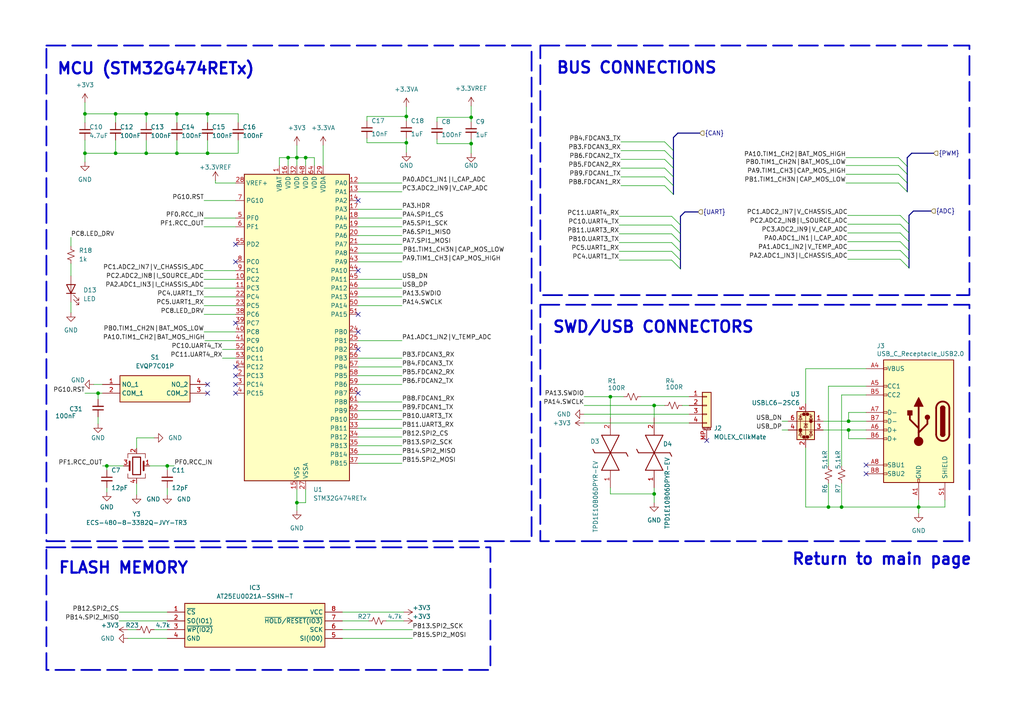
<source format=kicad_sch>
(kicad_sch (version 20231120) (generator "eeschema") (generator_version "8.0")
  (paper "A4")
  (title_block (title "Super Capacitor Module (SCM)") (date "2024-06-22") (rev "v1.0") (company "NUS Calibur Robotics") (comment 2 "Authors : Wx, Yassine Bakkali"))
  (lib_symbols
    (symbol "Connector:USB_C_Receptacle_USB2.0" (pin_names (offset 1.016))
      (property "Reference" "J" (at -10.16 19.05 0))
      (property "Value" "USB_C_Receptacle_USB2.0" (at 19.05 19.05 0))
      (symbol "USB_C_Receptacle_USB2.0_1_1"
        (pin passive line (at 0 -22.86 90) (length 5.08) (name "GND") (number "A1"))
        (pin passive line (at 0 -22.86 90) (length 5.08) hide (name "GND") (number "A12"))
        (pin passive line (at 15.24 15.24 180) (length 5.08) (name "VBUS") (number "A4"))
        (pin bidirectional line (at 15.24 10.16 180) (length 5.08) (name "CC1") (number "A5"))
        (pin bidirectional line (at 15.24 -2.54 180) (length 5.08) (name "D+") (number "A6"))
        (pin bidirectional line (at 15.24 2.54 180) (length 5.08) (name "D-") (number "A7"))
        (pin bidirectional line (at 15.24 -12.7 180) (length 5.08) (name "SBU1") (number "A8"))
        (pin passive line (at 15.24 15.24 180) (length 5.08) hide (name "VBUS") (number "A9"))
        (pin passive line (at 0 -22.86 90) (length 5.08) hide (name "GND") (number "B1"))
        (pin passive line (at 0 -22.86 90) (length 5.08) hide (name "GND") (number "B12"))
        (pin passive line (at 15.24 15.24 180) (length 5.08) hide (name "VBUS") (number "B4"))
        (pin bidirectional line (at 15.24 7.62 180) (length 5.08) (name "CC2") (number "B5"))
        (pin bidirectional line (at 15.24 -5.08 180) (length 5.08) (name "D+") (number "B6"))
        (pin bidirectional line (at 15.24 0 180) (length 5.08) (name "D-") (number "B7"))
        (pin bidirectional line (at 15.24 -15.24 180) (length 5.08) (name "SBU2") (number "B8"))
        (pin passive line (at 15.24 15.24 180) (length 5.08) hide (name "VBUS") (number "B9"))
        (pin passive line (at -7.62 -22.86 90) (length 5.08) (name "SHIELD") (number "S1"))
      )
    )
    (symbol "Connector_Generic_MountingPin:Conn_01x04_MountingPin" (pin_names (offset 1.016) hide)
      (property "Reference" "J" (at 0 5.08 0))
      (property "Value" "Conn_01x04_MountingPin" (at 1.27 -7.62 0))
      (symbol "Conn_01x04_MountingPin_1_1"
        (text "Mounting" (at 0 -6.731 0) (effects (font (size 0.381 0.381))))
        (pin passive line (at -5.08 2.54 0) (length 3.81) (name "Pin_1") (number "1"))
        (pin passive line (at -5.08 0 0) (length 3.81) (name "Pin_2") (number "2"))
        (pin passive line (at -5.08 -2.54 0) (length 3.81) (name "Pin_3") (number "3"))
        (pin passive line (at -5.08 -5.08 0) (length 3.81) (name "Pin_4") (number "4"))
        (pin passive line (at 0 -10.16 90) (length 3.048) (name "MountPin") (number "MP"))
      )
    )
    (symbol "Device:C_Small" (pin_numbers hide) (pin_names (offset 0.254) hide)
      (property "Reference" "C" (at 0.254 1.778 0))
      (property "Value" "C_Small" (at 0.254 -2.032 0))
      (symbol "C_Small_1_1"
        (pin passive line (at 0 2.54 270) (length 2.032) (name "~") (number "1"))
        (pin passive line (at 0 -2.54 90) (length 2.032) (name "~") (number "2"))
      )
    )
    (symbol "Device:Crystal_GND24" (pin_names (offset 1.016) hide)
      (property "Reference" "Y" (at 3.175 5.08 0))
      (property "Value" "Crystal_GND24" (at 3.175 3.175 0))
      (symbol "Crystal_GND24_1_1"
        (pin passive line (at -3.81 0 0) (length 1.27) (name "1") (number "1"))
        (pin passive line (at 0 5.08 270) (length 1.27) (name "2") (number "2"))
        (pin passive line (at 3.81 0 180) (length 1.27) (name "3") (number "3"))
        (pin passive line (at 0 -5.08 90) (length 1.27) (name "4") (number "4"))
      )
    )
    (symbol "Device:LED" (pin_numbers hide) (pin_names (offset 1.016) hide)
      (property "Reference" "D" (at 0 2.54 0))
      (property "Value" "LED" (at 0 -2.54 0))
      (symbol "LED_1_1"
        (pin passive line (at -3.81 0 0) (length 2.54) (name "K") (number "1"))
        (pin passive line (at 3.81 0 180) (length 2.54) (name "A") (number "2"))
      )
    )
    (symbol "Device:R_Small_US" (pin_numbers hide) (pin_names (offset 0.254) hide)
      (property "Reference" "R" (at 0.762 0.508 0))
      (property "Value" "R_Small_US" (at 0.762 -1.016 0))
      (symbol "R_Small_US_1_1"
        (pin passive line (at 0 2.54 270) (length 1.016) (name "~") (number "1"))
        (pin passive line (at 0 -2.54 90) (length 1.016) (name "~") (number "2"))
      )
    )
    (symbol "MCU_ST_STM32G4:STM32G474RETx"
      (property "Reference" "U" (at -15.24 46.99 0))
      (property "Value" "STM32G474RETx" (at 10.16 46.99 0))
      (symbol "STM32G474RETx_1_1"
        (pin power_in line (at -5.08 48.26 270) (length 2.54) (name "VBAT") (number "1"))
        (pin bidirectional line (at -17.78 15.24 0) (length 2.54) (name "PC2") (number "10"))
        (pin bidirectional line (at -17.78 12.7 0) (length 2.54) (name "PC3") (number "11"))
        (pin bidirectional line (at 17.78 43.18 180) (length 2.54) (name "PA0") (number "12"))
        (pin bidirectional line (at 17.78 40.64 180) (length 2.54) (name "PA1") (number "13"))
        (pin bidirectional line (at 17.78 38.1 180) (length 2.54) (name "PA2") (number "14"))
        (pin power_in line (at 0 -45.72 90) (length 2.54) (name "VSS") (number "15"))
        (pin power_in line (at -2.54 48.26 270) (length 2.54) (name "VDD") (number "16"))
        (pin bidirectional line (at 17.78 35.56 180) (length 2.54) (name "PA3") (number "17"))
        (pin bidirectional line (at 17.78 33.02 180) (length 2.54) (name "PA4") (number "18"))
        (pin bidirectional line (at 17.78 30.48 180) (length 2.54) (name "PA5") (number "19"))
        (pin bidirectional line (at -17.78 -12.7 0) (length 2.54) (name "PC13") (number "2"))
        (pin bidirectional line (at 17.78 27.94 180) (length 2.54) (name "PA6") (number "20"))
        (pin bidirectional line (at 17.78 25.4 180) (length 2.54) (name "PA7") (number "21"))
        (pin bidirectional line (at -17.78 10.16 0) (length 2.54) (name "PC4") (number "22"))
        (pin bidirectional line (at -17.78 7.62 0) (length 2.54) (name "PC5") (number "23"))
        (pin bidirectional line (at 17.78 0 180) (length 2.54) (name "PB0") (number "24"))
        (pin bidirectional line (at 17.78 -2.54 180) (length 2.54) (name "PB1") (number "25"))
        (pin bidirectional line (at 17.78 -5.08 180) (length 2.54) (name "PB2") (number "26"))
        (pin power_in line (at 2.54 -45.72 90) (length 2.54) (name "VSSA") (number "27"))
        (pin input line (at -17.78 43.18 0) (length 2.54) (name "VREF+") (number "28"))
        (pin power_in line (at 7.62 48.26 270) (length 2.54) (name "VDDA") (number "29"))
        (pin bidirectional line (at -17.78 -15.24 0) (length 2.54) (name "PC14") (number "3"))
        (pin bidirectional line (at 17.78 -25.4 180) (length 2.54) (name "PB10") (number "30"))
        (pin passive line (at 0 -45.72 90) (length 2.54) hide (name "VSS") (number "31"))
        (pin power_in line (at 0 48.26 270) (length 2.54) (name "VDD") (number "32"))
        (pin bidirectional line (at 17.78 -27.94 180) (length 2.54) (name "PB11") (number "33"))
        (pin bidirectional line (at 17.78 -30.48 180) (length 2.54) (name "PB12") (number "34"))
        (pin bidirectional line (at 17.78 -33.02 180) (length 2.54) (name "PB13") (number "35"))
        (pin bidirectional line (at 17.78 -35.56 180) (length 2.54) (name "PB14") (number "36"))
        (pin bidirectional line (at 17.78 -38.1 180) (length 2.54) (name "PB15") (number "37"))
        (pin bidirectional line (at -17.78 5.08 0) (length 2.54) (name "PC6") (number "38"))
        (pin bidirectional line (at -17.78 2.54 0) (length 2.54) (name "PC7") (number "39"))
        (pin bidirectional line (at -17.78 -17.78 0) (length 2.54) (name "PC15") (number "4"))
        (pin bidirectional line (at -17.78 0 0) (length 2.54) (name "PC8") (number "40"))
        (pin bidirectional line (at -17.78 -2.54 0) (length 2.54) (name "PC9") (number "41"))
        (pin bidirectional line (at 17.78 22.86 180) (length 2.54) (name "PA8") (number "42"))
        (pin bidirectional line (at 17.78 20.32 180) (length 2.54) (name "PA9") (number "43"))
        (pin bidirectional line (at 17.78 17.78 180) (length 2.54) (name "PA10") (number "44"))
        (pin bidirectional line (at 17.78 15.24 180) (length 2.54) (name "PA11") (number "45"))
        (pin bidirectional line (at 17.78 12.7 180) (length 2.54) (name "PA12") (number "46"))
        (pin passive line (at 0 -45.72 90) (length 2.54) hide (name "VSS") (number "47"))
        (pin power_in line (at 2.54 48.26 270) (length 2.54) (name "VDD") (number "48"))
        (pin bidirectional line (at 17.78 10.16 180) (length 2.54) (name "PA13") (number "49"))
        (pin bidirectional line (at -17.78 33.02 0) (length 2.54) (name "PF0") (number "5"))
        (pin bidirectional line (at 17.78 7.62 180) (length 2.54) (name "PA14") (number "50"))
        (pin bidirectional line (at 17.78 5.08 180) (length 2.54) (name "PA15") (number "51"))
        (pin bidirectional line (at -17.78 -5.08 0) (length 2.54) (name "PC10") (number "52"))
        (pin bidirectional line (at -17.78 -7.62 0) (length 2.54) (name "PC11") (number "53"))
        (pin bidirectional line (at -17.78 -10.16 0) (length 2.54) (name "PC12") (number "54"))
        (pin bidirectional line (at -17.78 25.4 0) (length 2.54) (name "PD2") (number "55"))
        (pin bidirectional line (at 17.78 -7.62 180) (length 2.54) (name "PB3") (number "56"))
        (pin bidirectional line (at 17.78 -10.16 180) (length 2.54) (name "PB4") (number "57"))
        (pin bidirectional line (at 17.78 -12.7 180) (length 2.54) (name "PB5") (number "58"))
        (pin bidirectional line (at 17.78 -15.24 180) (length 2.54) (name "PB6") (number "59"))
        (pin bidirectional line (at -17.78 30.48 0) (length 2.54) (name "PF1") (number "6"))
        (pin bidirectional line (at 17.78 -17.78 180) (length 2.54) (name "PB7") (number "60"))
        (pin bidirectional line (at 17.78 -20.32 180) (length 2.54) (name "PB8") (number "61"))
        (pin bidirectional line (at 17.78 -22.86 180) (length 2.54) (name "PB9") (number "62"))
        (pin passive line (at 0 -45.72 90) (length 2.54) hide (name "VSS") (number "63"))
        (pin power_in line (at 5.08 48.26 270) (length 2.54) (name "VDD") (number "64"))
        (pin bidirectional line (at -17.78 38.1 0) (length 2.54) (name "PG10") (number "7"))
        (pin bidirectional line (at -17.78 20.32 0) (length 2.54) (name "PC0") (number "8"))
        (pin bidirectional line (at -17.78 17.78 0) (length 2.54) (name "PC1") (number "9"))
      )
    )
    (symbol "Power_Protection:USBLC6-2SC6" (pin_names hide)
      (property "Reference" "U" (at 0.635 5.715 0))
      (property "Value" "USBLC6-2SC6" (at 0.635 3.81 0))
      (symbol "USBLC6-2SC6_1_1"
        (pin passive line (at -5.08 0 0) (length 2.54) (name "I/O1") (number "1"))
        (pin passive line (at 0 -7.62 90) (length 2.54) (name "GND") (number "2"))
        (pin passive line (at -5.08 -2.54 0) (length 2.54) (name "I/O2") (number "3"))
        (pin passive line (at 5.08 -2.54 180) (length 2.54) (name "I/O2") (number "4"))
        (pin passive line (at 0 5.08 270) (length 2.54) (name "VBUS") (number "5"))
        (pin passive line (at 5.08 0 180) (length 2.54) (name "I/O1") (number "6"))
      )
    )
    (symbol "SamacSys_Parts:AT25EU0021A-SSHN-T"
      (property "Reference" "IC" (at 46.99 7.62 0))
      (property "Value" "AT25EU0021A-SSHN-T" (at 46.99 5.08 0))
      (symbol "AT25EU0021A-SSHN-T_1_1"
        (pin passive line (at 0 0 0) (length 5.08) (name "~{CS}") (number "1"))
        (pin passive line (at 0 -2.54 0) (length 5.08) (name "SO(IO1)") (number "2"))
        (pin passive line (at 0 -5.08 0) (length 5.08) (name "~{WP(IO2)}") (number "3"))
        (pin passive line (at 0 -7.62 0) (length 5.08) (name "GND") (number "4"))
        (pin passive line (at 50.8 -7.62 180) (length 5.08) (name "SI(IO0)") (number "5"))
        (pin passive line (at 50.8 -5.08 180) (length 5.08) (name "SCK") (number "6"))
        (pin passive line (at 50.8 -2.54 180) (length 5.08) (name "~{HOLD}/~{RESET(IO3)}") (number "7"))
        (pin passive line (at 50.8 0 180) (length 5.08) (name "VCC") (number "8"))
      )
    )
    (symbol "SamacSys_Parts:EVQP7C01P"
      (property "Reference" "S" (at 26.67 7.62 0))
      (property "Value" "EVQP7C01P" (at 26.67 5.08 0))
      (symbol "EVQP7C01P_1_1"
        (pin passive line (at 0 0 0) (length 5.08) (name "NO_1") (number "1"))
        (pin passive line (at 0 -2.54 0) (length 5.08) (name "COM_1") (number "2"))
        (pin passive line (at 30.48 -2.54 180) (length 5.08) (name "COM_2") (number "3"))
        (pin passive line (at 30.48 0 180) (length 5.08) (name "NO_2") (number "4"))
      )
    )
    (symbol "SamacSys_Parts:PESD5V0F1BL,315" (pin_names hide)
      (property "Reference" "D" (at 15.24 8.89 0))
      (property "Value" "PESD5V0F1BL,315" (at 15.24 6.35 0))
      (symbol "PESD5V0F1BL,315_1_1"
        (pin passive line (at 0 0 0) (length 5.08) (name "K1") (number "1"))
        (pin passive line (at 20.32 0 180) (length 5.08) (name "K2") (number "2"))
      )
    )
    (symbol "power:+3.3VA" (power) (pin_names (offset 0))
      (property "Value" "+3.3VA" (at 0 3.556 0))
      (symbol "+3.3VA_1_1"
        (pin power_in line (at 0 0 90) (length 0) hide (name "+3.3VA") (number "1"))
      )
    )
    (symbol "power:+3.3VADC" (power) (pin_numbers hide) (pin_names (offset 0) hide)
      (property "Value" "+3.3VADC" (at 0 3.556 0))
      (symbol "+3.3VADC_0_0"
        (pin power_in line (at 0 0 90) (length 0) (name "~") (number "1"))
      )
    )
    (symbol "power:+3V3" (power) (pin_names (offset 0))
      (property "Value" "+3V3" (at 0 3.556 0))
      (symbol "+3V3_1_1"
        (pin power_in line (at 0 0 90) (length 0) hide (name "+3V3") (number "1"))
      )
    )
    (symbol "power:GND" (power) (pin_names (offset 0))
      (property "Value" "GND" (at 0 -3.81 0))
      (symbol "GND_1_1"
        (pin power_in line (at 0 0 270) (length 0) hide (name "GND") (number "1"))
      )
    )
  )
  (bus_alias "ADC" (members "PC1.ADC2_IN7|V_CHASSIS_ADC" "PC2.ADC2_IN8|I_SOURCE_ADC" "PC3.ADC2_IN9|V_CAP_ADC" "PA0.ADC1_IN1|I_CAP_ADC" "PA1.ADC1_IN2|V_TEMP_ADC" "PA2.ADC1_IN3|I_CHASSIS_ADC"))
  (bus_alias "CAN" (members "PB8.FDCAN1_RX" "PB9.FDCAN1_TX" "PB5.FDCAN2_RX" "PB6.FDCAN2_TX" "PB3.FDCAN3_RX" "PB4.FDCAN3_TX"))
  (bus_alias "GPIO" (members "PA8/GPIO_1" "PA9/GPIO_2" "PA10/GPIO_3" "PC13/GPIO_4"))
  (bus_alias "IMU" (members "PA4/SPI1_CS" "PA5/SPI1_SCK" "PA6/SPI1_MISO" "PA7/SPI1_MOSI"))
  (bus_alias "PWM" (members "PB0.TIM1_CH2N|BAT_MOS_LOW" "PA10.TIM1_CH2|BAT_MOS_HIGH" "PA9.TIM1_CH3|CAP_MOS_HIGH" "PB1.TIM1_CH3N|CAP_MOS_LOW"))
  (bus_alias "UART" (members "PC11.UART4_RX" "PC10.UART4_TX" "PB11.UART3_RX" "PB10.UART3_TX" "PC5.UART1_RX" "PC4.UART1_TX"))
  (junction (at 51.308 33.02))
  (junction (at 33.528 33.02))
  (junction (at 266.446 147.066))
  (junction (at 83.566 45.72))
  (junction (at 30.988 135.128))
  (junction (at 246.126 124.714))
  (junction (at 24.638 33.02))
  (junction (at 177.038 115.062))
  (junction (at 117.856 33.782))
  (junction (at 33.528 44.45))
  (junction (at 42.418 44.45))
  (junction (at 24.638 44.45))
  (junction (at 136.652 34.036))
  (junction (at 240.284 147.066))
  (junction (at 189.738 143.256))
  (junction (at 86.106 45.72))
  (junction (at 28.448 114.046))
  (junction (at 51.308 44.45))
  (junction (at 42.418 33.02))
  (junction (at 88.646 45.72))
  (junction (at 117.856 41.402))
  (junction (at 48.514 135.128))
  (junction (at 86.106 145.796))
  (junction (at 246.126 122.174))
  (junction (at 136.652 41.656))
  (junction (at 244.094 147.066))
  (junction (at 60.198 44.45))
  (junction (at 189.738 117.602))
  (junction (at 60.198 33.02))
  (no_connect (at 103.886 101.346))
  (no_connect (at 68.326 114.046))
  (no_connect (at 103.886 114.046))
  (no_connect (at 68.326 70.866))
  (no_connect (at 68.326 111.506))
  (no_connect (at 60.198 111.506))
  (no_connect (at 68.326 75.946))
  (no_connect (at 103.886 58.166))
  (no_connect (at 251.206 134.874))
  (no_connect (at 204.978 127.762))
  (no_connect (at 251.206 137.414))
  (no_connect (at 103.886 96.266))
  (no_connect (at 68.326 93.726))
  (no_connect (at 103.886 91.186))
  (no_connect (at 68.326 108.966))
  (no_connect (at 60.198 114.046))
  (no_connect (at 103.886 78.486))
  (no_connect (at 68.326 106.426))
  (bus_entry (at 263.144 48.26) (size -2.54 -2.54))
  (bus_entry (at 195.326 53.848) (size -2.54 -2.54))
  (bus_entry (at 194.818 72.898) (size 2.54 2.54))
  (bus_entry (at 263.652 77.724) (size -2.54 -2.54))
  (bus_entry (at 195.326 43.688) (size -2.54 -2.54))
  (bus_entry (at 263.652 67.564) (size -2.54 -2.54))
  (bus_entry (at 263.144 50.546) (size -2.54 -2.54))
  (bus_entry (at 263.652 70.104) (size -2.54 -2.54))
  (bus_entry (at 263.652 72.644) (size -2.54 -2.54))
  (bus_entry (at 194.818 62.738) (size 2.54 2.54))
  (bus_entry (at 194.818 70.358) (size 2.54 2.54))
  (bus_entry (at 195.326 56.388) (size -2.54 -2.54))
  (bus_entry (at 263.144 55.626) (size -2.54 -2.54))
  (bus_entry (at 194.818 67.818) (size 2.54 2.54))
  (bus_entry (at 263.652 65.024) (size -2.54 -2.54))
  (bus_entry (at 194.818 65.278) (size 2.54 2.54))
  (bus_entry (at 195.326 46.228) (size -2.54 -2.54))
  (bus_entry (at 195.326 48.768) (size -2.54 -2.54))
  (bus_entry (at 195.326 51.308) (size -2.54 -2.54))
  (bus_entry (at 263.144 53.086) (size -2.54 -2.54))
  (bus_entry (at 263.652 75.184) (size -2.54 -2.54))
  (bus_entry (at 194.818 75.438) (size 2.54 2.54))
  (wire (pts (xy 179.578 62.738) (xy 194.818 62.738)))
  (wire (pts (xy 28.448 114.046) (xy 29.718 114.046)))
  (wire (pts (xy 103.886 81.026) (xy 116.586 81.026)))
  (wire (pts (xy 189.738 121.158) (xy 189.738 117.602)))
  (wire (pts (xy 64.516 103.886) (xy 68.326 103.886)))
  (wire (pts (xy 20.574 68.834) (xy 20.574 71.374)))
  (wire (pts (xy 244.094 147.066) (xy 266.446 147.066)))
  (wire (pts (xy 59.182 96.266) (xy 68.326 96.266)))
  (wire (pts (xy 246.126 124.714) (xy 246.126 127.254)))
  (wire (pts (xy 136.652 44.45) (xy 136.652 41.656)))
  (bus (pts (xy 195.326 53.848) (xy 195.326 51.308)))
  (wire (pts (xy 42.418 33.02) (xy 42.418 35.56)))
  (wire (pts (xy 245.872 62.484) (xy 261.112 62.484)))
  (wire (pts (xy 20.574 87.63) (xy 20.574 90.678)))
  (wire (pts (xy 24.638 44.45) (xy 24.638 46.99)))
  (wire (pts (xy 177.038 115.062) (xy 180.848 115.062)))
  (wire (pts (xy 103.886 126.746) (xy 116.586 126.746)))
  (wire (pts (xy 59.182 91.186) (xy 68.326 91.186)))
  (wire (pts (xy 59.182 81.026) (xy 68.326 81.026)))
  (wire (pts (xy 103.886 68.326) (xy 116.586 68.326)))
  (wire (pts (xy 103.886 131.826) (xy 116.586 131.826)))
  (wire (pts (xy 99.314 177.546) (xy 117.094 177.546)))
  (wire (pts (xy 103.886 121.666) (xy 116.586 121.666)))
  (wire (pts (xy 103.886 111.506) (xy 116.586 111.506)))
  (wire (pts (xy 51.308 33.02) (xy 60.198 33.02)))
  (wire (pts (xy 185.928 115.062) (xy 199.898 115.062)))
  (wire (pts (xy 169.418 115.062) (xy 177.038 115.062)))
  (wire (pts (xy 81.026 45.72) (xy 81.026 48.006)))
  (wire (pts (xy 245.364 48.006) (xy 260.604 48.006)))
  (wire (pts (xy 30.988 135.128) (xy 35.814 135.128)))
  (bus (pts (xy 195.326 53.848) (xy 195.326 56.388)))
  (wire (pts (xy 24.638 114.046) (xy 28.448 114.046)))
  (wire (pts (xy 81.026 45.72) (xy 83.566 45.72)))
  (wire (pts (xy 103.886 119.126) (xy 116.586 119.126)))
  (wire (pts (xy 91.186 48.006) (xy 91.186 45.72)))
  (wire (pts (xy 93.726 42.164) (xy 93.726 48.006)))
  (bus (pts (xy 197.358 72.898) (xy 197.358 70.358)))
  (wire (pts (xy 33.528 33.02) (xy 33.528 35.56)))
  (wire (pts (xy 28.448 120.904) (xy 28.448 122.936)))
  (wire (pts (xy 246.126 127.254) (xy 251.206 127.254)))
  (wire (pts (xy 245.872 70.104) (xy 261.112 70.104)))
  (wire (pts (xy 136.652 34.036) (xy 136.652 35.306)))
  (wire (pts (xy 103.886 55.626) (xy 116.586 55.626)))
  (wire (pts (xy 60.198 40.64) (xy 60.198 44.45)))
  (wire (pts (xy 189.738 117.602) (xy 192.786 117.602)))
  (wire (pts (xy 106.426 41.402) (xy 106.426 40.132)))
  (wire (pts (xy 69.088 33.02) (xy 69.088 35.56)))
  (wire (pts (xy 103.886 124.206) (xy 116.586 124.206)))
  (bus (pts (xy 264.414 44.45) (xy 270.764 44.45)))
  (wire (pts (xy 39.624 130.048) (xy 39.624 127)))
  (wire (pts (xy 103.886 108.966) (xy 116.586 108.966)))
  (bus (pts (xy 195.326 43.688) (xy 195.326 39.878)))
  (bus (pts (xy 195.326 39.878) (xy 196.596 38.608)))
  (wire (pts (xy 226.822 122.174) (xy 228.6 122.174)))
  (wire (pts (xy 274.066 147.066) (xy 274.066 145.034)))
  (wire (pts (xy 177.038 143.256) (xy 189.738 143.256)))
  (wire (pts (xy 99.314 182.626) (xy 119.634 182.626)))
  (wire (pts (xy 83.566 45.72) (xy 86.106 45.72)))
  (bus (pts (xy 263.144 53.086) (xy 263.144 55.626)))
  (bus (pts (xy 263.144 50.546) (xy 263.144 53.086)))
  (bus (pts (xy 195.326 48.768) (xy 195.326 46.228)))
  (wire (pts (xy 28.448 115.824) (xy 28.448 114.046)))
  (wire (pts (xy 33.528 33.02) (xy 42.418 33.02)))
  (wire (pts (xy 117.856 41.402) (xy 117.856 40.132)))
  (wire (pts (xy 83.566 48.006) (xy 83.566 45.72)))
  (wire (pts (xy 266.446 147.066) (xy 274.066 147.066)))
  (wire (pts (xy 179.578 70.358) (xy 194.818 70.358)))
  (wire (pts (xy 103.886 129.286) (xy 116.586 129.286)))
  (bus (pts (xy 263.144 50.546) (xy 263.144 48.26)))
  (wire (pts (xy 244.094 140.208) (xy 244.094 147.066)))
  (bus (pts (xy 196.596 38.608) (xy 202.946 38.608)))
  (wire (pts (xy 34.544 177.546) (xy 48.514 177.546)))
  (wire (pts (xy 179.578 75.438) (xy 194.818 75.438)))
  (wire (pts (xy 33.528 44.45) (xy 42.418 44.45)))
  (wire (pts (xy 245.364 53.086) (xy 260.604 53.086)))
  (wire (pts (xy 245.364 50.546) (xy 260.604 50.546)))
  (wire (pts (xy 88.646 145.796) (xy 86.106 145.796)))
  (wire (pts (xy 240.284 147.066) (xy 244.094 147.066)))
  (wire (pts (xy 103.886 83.566) (xy 116.586 83.566)))
  (wire (pts (xy 29.718 135.128) (xy 30.988 135.128)))
  (wire (pts (xy 59.182 88.646) (xy 68.326 88.646)))
  (bus (pts (xy 198.628 61.468) (xy 202.438 61.468)))
  (wire (pts (xy 119.634 185.166) (xy 99.314 185.166)))
  (wire (pts (xy 60.198 33.02) (xy 69.088 33.02)))
  (wire (pts (xy 126.746 34.036) (xy 126.746 35.306)))
  (wire (pts (xy 91.186 45.72) (xy 88.646 45.72)))
  (wire (pts (xy 51.308 33.02) (xy 51.308 35.56)))
  (wire (pts (xy 24.638 29.718) (xy 24.638 33.02)))
  (wire (pts (xy 169.418 120.142) (xy 199.898 120.142)))
  (wire (pts (xy 24.638 44.45) (xy 33.528 44.45)))
  (wire (pts (xy 60.198 33.02) (xy 60.198 35.56)))
  (bus (pts (xy 197.358 62.738) (xy 197.358 65.278)))
  (wire (pts (xy 33.528 40.64) (xy 33.528 44.45)))
  (wire (pts (xy 103.886 53.086) (xy 116.586 53.086)))
  (wire (pts (xy 180.086 43.688) (xy 192.786 43.688)))
  (bus (pts (xy 195.326 46.228) (xy 195.326 43.688)))
  (wire (pts (xy 126.746 41.656) (xy 136.652 41.656)))
  (wire (pts (xy 245.872 72.644) (xy 261.112 72.644)))
  (wire (pts (xy 48.514 135.128) (xy 50.546 135.128)))
  (wire (pts (xy 42.418 40.64) (xy 42.418 44.45)))
  (bus (pts (xy 263.652 75.184) (xy 263.652 77.724)))
  (wire (pts (xy 251.206 124.714) (xy 246.126 124.714)))
  (wire (pts (xy 177.038 141.478) (xy 177.038 143.256)))
  (wire (pts (xy 169.418 122.682) (xy 199.898 122.682)))
  (wire (pts (xy 24.638 33.02) (xy 24.638 35.56)))
  (wire (pts (xy 62.484 52.324) (xy 62.484 53.086)))
  (wire (pts (xy 37.084 182.626) (xy 39.624 182.626)))
  (wire (pts (xy 226.822 124.714) (xy 228.6 124.714)))
  (wire (pts (xy 103.886 70.866) (xy 116.586 70.866)))
  (wire (pts (xy 240.284 140.208) (xy 240.284 147.066)))
  (bus (pts (xy 197.358 77.978) (xy 197.358 75.438)))
  (wire (pts (xy 240.284 112.014) (xy 240.284 135.128)))
  (wire (pts (xy 238.76 122.174) (xy 246.126 122.174)))
  (bus (pts (xy 263.652 67.564) (xy 263.652 70.104)))
  (wire (pts (xy 245.364 45.72) (xy 260.604 45.72)))
  (wire (pts (xy 106.426 41.402) (xy 117.856 41.402)))
  (wire (pts (xy 86.106 141.986) (xy 86.106 145.796)))
  (wire (pts (xy 177.038 115.062) (xy 177.038 121.158)))
  (wire (pts (xy 103.886 65.786) (xy 116.586 65.786)))
  (wire (pts (xy 179.578 65.278) (xy 194.818 65.278)))
  (wire (pts (xy 180.086 51.308) (xy 192.786 51.308)))
  (wire (pts (xy 48.514 135.128) (xy 48.514 136.398)))
  (wire (pts (xy 69.088 44.45) (xy 60.198 44.45)))
  (wire (pts (xy 64.516 101.346) (xy 68.326 101.346)))
  (wire (pts (xy 42.418 33.02) (xy 51.308 33.02)))
  (wire (pts (xy 62.484 53.086) (xy 68.326 53.086)))
  (wire (pts (xy 88.646 141.986) (xy 88.646 145.796)))
  (wire (pts (xy 24.638 40.64) (xy 24.638 44.45)))
  (wire (pts (xy 103.886 75.946) (xy 116.586 75.946)))
  (wire (pts (xy 86.106 42.164) (xy 86.106 45.72)))
  (wire (pts (xy 30.988 136.398) (xy 30.988 135.128)))
  (wire (pts (xy 246.126 119.634) (xy 246.126 122.174)))
  (wire (pts (xy 59.182 86.106) (xy 68.326 86.106)))
  (wire (pts (xy 169.418 117.602) (xy 189.738 117.602)))
  (bus (pts (xy 263.652 72.644) (xy 263.652 75.184)))
  (wire (pts (xy 37.084 185.166) (xy 48.514 185.166)))
  (bus (pts (xy 264.922 61.214) (xy 270.002 61.214)))
  (wire (pts (xy 180.086 48.768) (xy 192.786 48.768)))
  (wire (pts (xy 245.872 75.184) (xy 261.112 75.184)))
  (wire (pts (xy 244.094 114.554) (xy 251.206 114.554)))
  (wire (pts (xy 136.652 30.734) (xy 136.652 34.036)))
  (bus (pts (xy 263.652 70.104) (xy 263.652 72.644)))
  (bus (pts (xy 197.358 70.358) (xy 197.358 67.818)))
  (wire (pts (xy 117.856 41.402) (xy 117.856 44.196)))
  (wire (pts (xy 43.434 135.128) (xy 48.514 135.128)))
  (wire (pts (xy 59.182 78.486) (xy 68.326 78.486)))
  (wire (pts (xy 179.578 67.818) (xy 194.818 67.818)))
  (wire (pts (xy 240.284 112.014) (xy 251.206 112.014)))
  (wire (pts (xy 266.446 145.034) (xy 266.446 147.066)))
  (wire (pts (xy 189.738 145.796) (xy 189.738 143.256)))
  (wire (pts (xy 103.886 63.246) (xy 116.586 63.246)))
  (wire (pts (xy 34.544 180.086) (xy 48.514 180.086)))
  (bus (pts (xy 263.652 62.484) (xy 264.922 61.214)))
  (bus (pts (xy 263.144 48.26) (xy 263.144 45.72)))
  (wire (pts (xy 189.738 141.478) (xy 189.738 143.256)))
  (bus (pts (xy 263.652 65.024) (xy 263.652 67.564)))
  (wire (pts (xy 103.886 86.106) (xy 116.586 86.106)))
  (wire (pts (xy 103.886 106.426) (xy 116.586 106.426)))
  (wire (pts (xy 112.014 180.086) (xy 117.094 180.086)))
  (wire (pts (xy 238.76 124.714) (xy 246.126 124.714)))
  (wire (pts (xy 103.886 88.646) (xy 116.586 88.646)))
  (wire (pts (xy 106.426 33.782) (xy 106.426 35.052)))
  (wire (pts (xy 86.106 45.72) (xy 88.646 45.72)))
  (wire (pts (xy 44.704 182.626) (xy 48.514 182.626)))
  (wire (pts (xy 126.746 34.036) (xy 136.652 34.036)))
  (wire (pts (xy 30.988 141.478) (xy 30.988 142.748)))
  (wire (pts (xy 266.446 147.066) (xy 266.446 148.844)))
  (wire (pts (xy 59.182 83.566) (xy 68.326 83.566)))
  (wire (pts (xy 86.106 48.006) (xy 86.106 45.72)))
  (wire (pts (xy 126.746 41.656) (xy 126.746 40.386)))
  (wire (pts (xy 245.872 67.564) (xy 261.112 67.564)))
  (bus (pts (xy 197.358 75.438) (xy 197.358 72.898)))
  (bus (pts (xy 263.144 45.72) (xy 264.414 44.45)))
  (wire (pts (xy 39.624 140.208) (xy 39.624 143.51)))
  (wire (pts (xy 39.624 127) (xy 44.704 127)))
  (wire (pts (xy 103.886 103.886) (xy 116.586 103.886)))
  (wire (pts (xy 233.68 106.934) (xy 233.68 117.094)))
  (wire (pts (xy 117.856 30.988) (xy 117.856 33.782)))
  (bus (pts (xy 197.358 62.738) (xy 198.628 61.468)))
  (wire (pts (xy 179.578 72.898) (xy 194.818 72.898)))
  (wire (pts (xy 99.314 180.086) (xy 106.934 180.086)))
  (wire (pts (xy 251.206 106.934) (xy 233.68 106.934)))
  (wire (pts (xy 59.182 65.786) (xy 68.326 65.786)))
  (wire (pts (xy 59.436 98.806) (xy 68.326 98.806)))
  (wire (pts (xy 42.418 44.45) (xy 51.308 44.45)))
  (wire (pts (xy 103.886 116.586) (xy 116.586 116.586)))
  (wire (pts (xy 244.094 114.554) (xy 244.094 135.128)))
  (bus (pts (xy 195.326 51.308) (xy 195.326 48.768)))
  (wire (pts (xy 180.086 41.148) (xy 192.786 41.148)))
  (wire (pts (xy 48.514 143.51) (xy 48.514 141.478)))
  (wire (pts (xy 180.086 53.848) (xy 192.786 53.848)))
  (wire (pts (xy 233.68 147.066) (xy 240.284 147.066)))
  (wire (pts (xy 20.574 76.454) (xy 20.574 80.01)))
  (wire (pts (xy 103.886 134.366) (xy 116.586 134.366)))
  (wire (pts (xy 136.652 41.656) (xy 136.652 40.386)))
  (wire (pts (xy 88.646 48.006) (xy 88.646 45.72)))
  (wire (pts (xy 27.178 111.506) (xy 29.718 111.506)))
  (wire (pts (xy 245.872 65.024) (xy 261.112 65.024)))
  (wire (pts (xy 106.426 33.782) (xy 117.856 33.782)))
  (wire (pts (xy 180.086 46.228) (xy 192.786 46.228)))
  (wire (pts (xy 246.126 119.634) (xy 251.206 119.634)))
  (wire (pts (xy 117.856 33.782) (xy 117.856 35.052)))
  (wire (pts (xy 246.126 122.174) (xy 251.206 122.174)))
  (wire (pts (xy 69.088 40.64) (xy 69.088 44.45)))
  (wire (pts (xy 103.886 60.706) (xy 116.586 60.706)))
  (bus (pts (xy 197.358 67.818) (xy 197.358 65.278)))
  (wire (pts (xy 103.886 73.406) (xy 116.84 73.406)))
  (wire (pts (xy 33.528 33.02) (xy 24.638 33.02)))
  (wire (pts (xy 197.866 117.602) (xy 199.898 117.602)))
  (wire (pts (xy 59.182 63.246) (xy 68.326 63.246)))
  (wire (pts (xy 103.886 98.806) (xy 116.586 98.806)))
  (wire (pts (xy 51.308 40.64) (xy 51.308 44.45)))
  (bus (pts (xy 263.652 65.024) (xy 263.652 62.484)))
  (wire (pts (xy 59.182 58.166) (xy 68.326 58.166)))
  (wire (pts (xy 51.308 44.45) (xy 60.198 44.45)))
  (wire (pts (xy 233.68 129.794) (xy 233.68 147.066)))
  (wire (pts (xy 86.106 148.082) (xy 86.106 145.796)))
  (rectangle (start 156.718 88.392) (end 281.178 156.972) (stroke (width 0.5) (type dash)))
  (rectangle (start 156.718 13.208) (end 281.178 85.598) (stroke (width 0.5) (type dash)))
  (rectangle (start 13.462 158.75) (end 142.24 194.31) (stroke (width 0.5) (type dash)))
  (rectangle (start 13.462 13.208) (end 154.178 156.972) (stroke (width 0.5) (type dash)))
  (text "FLASH MEMORY" (at 35.814 164.846 0) (effects (font (size 3.27 3.27) (bold yes))))
  (text "Return to main page" (at 255.778 162.306 0) (effects (font (size 3.27 3.27) (thickness 0.654) (bold yes))))
  (text "BUS CONNECTIONS" (at 184.658 19.812 0) (effects (font (size 3.27 3.27) (bold yes))))
  (text "SWD/USB CONNECTORS" (at 189.484 94.996 0) (effects (font (size 3.27 3.27) (bold yes))))
  (text "MCU (STM32G474RETx)\n" (at 45.212 20.066 0) (effects (font (size 3.27 3.27) (bold yes))))
  (label "PB0.TIM1_CH2N|BAT_MOS_LOW" (at 245.364 48.006 180))
  (label "PA0.ADC1_IN1|I_CAP_ADC" (at 245.872 70.104 180))
  (label "PF0.RCC_IN" (at 59.182 63.246 180))
  (label "PB6.FDCAN2_TX" (at 116.586 111.506 0))
  (label "PC3.ADC2_IN9|V_CAP_ADC" (at 245.872 67.564 180))
  (label "PB0.TIM1_CH2N|BAT_MOS_LOW" (at 59.182 96.266 180))
  (label "PA10.TIM1_CH2|BAT_MOS_HIGH" (at 245.364 45.72 180))
  (label "PF0.RCC_IN" (at 50.546 135.128 0))
  (label "PB10.UART3_TX" (at 116.586 121.666 0))
  (label "PG10.RST" (at 59.182 58.166 180))
  (label "PC10.UART4_TX" (at 179.578 65.278 180))
  (label "PC11.UART4_RX" (at 179.578 62.738 180))
  (label "PA2.ADC1_IN3|I_CHASSIS_ADC" (at 59.182 83.566 180))
  (label "PB3.FDCAN3_RX" (at 116.586 103.886 0))
  (label "PA4.SPI1_CS" (at 116.586 63.246 0))
  (label "PB12.SPI2_CS" (at 116.586 126.746 0))
  (label "PA10.TIM1_CH2|BAT_MOS_HIGH" (at 59.436 98.806 180))
  (label "PC1.ADC2_IN7|V_CHASSIS_ADC" (at 59.182 78.486 180))
  (label "PA1.ADC1_IN2|V_TEMP_ADC" (at 245.872 72.644 180))
  (label "PB1.TIM1_CH3N|CAP_MOS_LOW" (at 245.364 53.086 180))
  (label "PA13.SWDIO" (at 116.586 86.106 0))
  (label "PB12.SPI2_CS" (at 34.544 177.546 180))
  (label "PF1.RCC_OUT" (at 59.182 65.786 180))
  (label "PB3.FDCAN3_RX" (at 180.086 43.688 180))
  (label "PC10.UART4_TX" (at 64.516 101.346 180))
  (label "PB5.FDCAN2_RX" (at 116.586 108.966 0))
  (label "USB_DP" (at 116.586 83.566 0))
  (label "PB8.FDCAN1_RX" (at 116.586 116.586 0))
  (label "PB9.FDCAN1_TX" (at 116.586 119.126 0))
  (label "PA14.SWCLK" (at 169.418 117.602 180))
  (label "PB4.FDCAN3_TX" (at 180.086 41.148 180))
  (label "PB14.SPI2_MISO" (at 116.586 131.826 0))
  (label "USB_DN" (at 226.822 122.174 180))
  (label "PA13.SWDIO" (at 169.418 115.062 180))
  (label "PB1.TIM1_CH3N|CAP_MOS_LOW" (at 116.84 73.406 0))
  (label "PB10.UART3_TX" (at 179.578 70.358 180))
  (label "PC5.UART1_RX" (at 59.182 88.646 180))
  (label "PC11.UART4_RX" (at 64.516 103.886 180))
  (label "PA14.SWCLK" (at 116.586 88.646 0))
  (label "PB13.SPI2_SCK" (at 119.634 182.626 0))
  (label "PB14.SPI2_MISO" (at 34.544 180.086 180))
  (label "PF1.RCC_OUT" (at 29.718 135.128 180))
  (label "PA9.TIM1_CH3|CAP_MOS_HIGH" (at 116.586 75.946 0))
  (label "PA7.SPI1_MOSI" (at 116.586 70.866 0))
  (label "PB6.FDCAN2_TX" (at 180.086 46.228 180))
  (label "PA2.ADC1_IN3|I_CHASSIS_ADC" (at 245.872 75.184 180))
  (label "PB13.SPI2_SCK" (at 116.586 129.286 0))
  (label "PA6.SPI1_MISO" (at 116.586 68.326 0))
  (label "PB9.FDCAN1_TX" (at 180.086 51.308 180))
  (label "PA5.SPI1_SCK" (at 116.586 65.786 0))
  (label "PA3.HDR" (at 116.586 60.706 0))
  (label "PB8.FDCAN1_RX" (at 180.086 53.848 180))
  (label "PC8.LED_DRV" (at 59.182 91.186 180))
  (label "PC5.UART1_RX" (at 179.578 72.898 180))
  (label "PC3.ADC2_IN9|V_CAP_ADC" (at 116.586 55.626 0))
  (label "PB4.FDCAN3_TX" (at 116.586 106.426 0))
  (label "PB11.UART3_RX" (at 179.578 67.818 180))
  (label "PB5.FDCAN2_RX" (at 180.086 48.768 180))
  (label "PC2.ADC2_IN8|I_SOURCE_ADC" (at 245.872 65.024 180))
  (label "PA0.ADC1_IN1|I_CAP_ADC" (at 116.586 53.086 0))
  (label "PB15.SPI2_MOSI" (at 119.634 185.166 0))
  (label "PA1.ADC1_IN2|V_TEMP_ADC" (at 116.586 98.806 0))
  (label "USB_DP" (at 226.822 124.714 180))
  (label "PC4.UART1_TX" (at 59.182 86.106 180))
  (label "PC1.ADC2_IN7|V_CHASSIS_ADC" (at 245.872 62.484 180))
  (label "PB15.SPI2_MOSI" (at 116.586 134.366 0))
  (label "PB11.UART3_RX" (at 116.586 124.206 0))
  (label "PC4.UART1_TX" (at 179.578 75.438 180))
  (label "PC2.ADC2_IN8|I_SOURCE_ADC" (at 59.182 81.026 180))
  (label "PG10.RST" (at 24.638 114.046 180))
  (label "USB_DN" (at 116.586 81.026 0))
  (label "PA9.TIM1_CH3|CAP_MOS_HIGH" (at 245.364 50.546 180))
  (label "PC8.LED_DRV" (at 20.574 68.834 0))
  (hierarchical_label "{CAN}" (shape input) (at 202.946 38.608 0))
  (hierarchical_label "{ADC}" (shape input) (at 270.002 61.214 0))
  (hierarchical_label "{PWM}" (shape input) (at 270.764 44.45 0))
  (hierarchical_label "{UART}" (shape input) (at 202.438 61.468 0))
  (symbol (lib_id "power:GND") (at 266.446 148.844 0) (unit 1)
    (property "Reference" "#PWR034" (effects (hide yes)))
    (property "Value" "GND" (at 266.446 153.924 0))
  )
  (symbol (lib_id "Connector_Generic_MountingPin:Conn_01x04_MountingPin") (at 204.978 117.602 0) (unit 1)
    (property "Reference" "J2" (at 207.01 124.206 0) (effects (justify left)))
    (property "Value" "MOLEX_ClikMate" (at 207.01 126.746 0) (effects (justify left)))
    (property "Footprint" "Connector_Molex:Molex_PicoBlade_53261-0471_1x04-1MP_P1.25mm_Horizontal" (effects (hide yes)))
  )
  (symbol (lib_id "power:GND") (at 136.652 44.45 0) (unit 1)
    (property "Reference" "#PWR01" (effects (hide yes)))
    (property "Value" "GND" (at 134.62 48.006 0) (effects (justify left)))
  )
  (symbol (lib_id "Device:R_Small_US") (at 195.326 117.602 270) (unit 1)
    (property "Reference" "R4" (at 194.31 110.49 90))
    (property "Value" "100R" (at 195.58 112.268 90))
    (property "Footprint" "Resistor_SMD:R_0402_1005Metric_Pad0.72x0.64mm_HandSolder" (effects (hide yes)))
  )
  (symbol (lib_id "Device:C_Small") (at 60.198 38.1 0) (unit 1)
    (property "Reference" "C15" (at 61.468 36.83 0) (effects (justify left)))
    (property "Value" "100nF" (at 61.468 39.37 0) (effects (justify left)))
    (property "Footprint" "Capacitor_SMD:C_0402_1005Metric_Pad0.74x0.62mm_HandSolder" (effects (hide yes)))
  )
  (symbol (lib_id "SamacSys_Parts:PESD5V0F1BL,315") (at 177.038 141.478 90) (unit 1)
    (property "Reference" "D3" (at 171.196 128.016 90) (effects (justify right)))
    (property "Value" "TPD1E10B06DPYR-EV" (at 172.72 133.604 0) (effects (justify right)))
    (property "Footprint" "Diode_SMD:D_0402_1005Metric_Pad0.77x0.64mm_HandSolder" (effects (hide yes)))
    (property "Datasheet" "https://assets.nexperia.com/documents/data-sheet/PESD5V0F1BL.pdf" (effects (hide yes)))
    (property "Height" "0" (effects (hide yes)))
    (property "Manufacturer_Name" "Nexperia" (effects (hide yes)))
    (property "Manufacturer_Part_Number" "PESD5V0F1BL,315" (effects (hide yes)))
  )
  (symbol (lib_id "Device:LED") (at 20.574 83.82 90) (unit 1)
    (property "Reference" "D13" (at 24.13 84.1374 90) (effects (justify right)))
    (property "Value" "LED" (at 24.13 86.6774 90) (effects (justify right)))
    (property "Footprint" "LED_SMD:LED_0603_1608Metric_Pad1.05x0.95mm_HandSolder" (effects (hide yes)))
    (property "Description" "Light emitting diode" (effects (hide yes)))
  )
  (symbol (lib_id "power:GND") (at 28.448 122.936 0) (unit 1)
    (property "Reference" "#PWR030" (effects (hide yes)))
    (property "Value" "GND" (at 30.48 127 0) (effects (justify right)))
  )
  (symbol (lib_id "power:GND") (at 30.988 142.748 0) (unit 1)
    (property "Reference" "#PWR016" (effects (hide yes)))
    (property "Value" "GND" (at 30.988 147.066 0))
  )
  (symbol (lib_id "power:+3V3") (at 117.094 180.086 270) (unit 1)
    (property "Reference" "#PWR037" (effects (hide yes)))
    (property "Value" "+3V3" (at 119.634 178.816 90) (effects (justify left)))
  )
  (symbol (lib_id "power:+3V3") (at 86.106 42.164 0) (unit 1)
    (property "Reference" "#PWR039" (effects (hide yes)))
    (property "Value" "+3V3" (at 86.106 37.084 0))
  )
  (symbol (lib_id "Device:R_Small_US") (at 109.474 180.086 90) (unit 1)
    (property "Reference" "R27" (at 105.664 178.816 90))
    (property "Value" "4.7k" (at 114.554 178.816 90))
    (property "Footprint" "Resistor_SMD:R_0402_1005Metric_Pad0.72x0.64mm_HandSolder" (effects (hide yes)))
  )
  (symbol (lib_id "Device:C_Small") (at 117.856 37.592 0) (unit 1)
    (property "Reference" "C18" (at 119.126 35.052 0) (effects (justify left)))
    (property "Value" "1uF" (at 119.126 38.862 0) (effects (justify left)))
    (property "Footprint" "Capacitor_SMD:C_0402_1005Metric_Pad0.74x0.62mm_HandSolder" (effects (hide yes)))
  )
  (symbol (lib_id "Device:C_Small") (at 30.988 138.938 0) (unit 1)
    (property "Reference" "C7" (at 32.258 136.398 0) (effects (justify left)))
    (property "Value" "12pF" (at 32.258 141.478 0) (effects (justify left)))
    (property "Footprint" "Capacitor_SMD:C_0402_1005Metric" (effects (hide yes)))
  )
  (symbol (lib_id "power:+3.3VA") (at 117.856 30.988 0) (unit 1)
    (property "Reference" "#PWR021" (effects (hide yes)))
    (property "Value" "+3.3VA" (at 117.856 25.908 0))
  )
  (symbol (lib_id "power:GND") (at 117.856 44.196 0) (unit 1)
    (property "Reference" "#PWR052" (effects (hide yes)))
    (property "Value" "GND" (at 117.856 48.006 0))
  )
  (symbol (lib_id "power:GND") (at 169.418 120.142 270) (unit 1)
    (property "Reference" "#PWR028" (effects (hide yes)))
    (property "Value" "GND" (at 165.608 120.142 90) (effects (justify right)))
  )
  (symbol (lib_id "power:+3V3") (at 117.094 177.546 270) (unit 1)
    (property "Reference" "#PWR036" (effects (hide yes)))
    (property "Value" "+3V3" (at 119.634 176.276 90) (effects (justify left)))
  )
  (symbol (lib_id "SamacSys_Parts:AT25EU0021A-SSHN-T") (at 48.514 177.546 0) (unit 1)
    (property "Reference" "IC3" (at 73.914 170.434 0))
    (property "Value" "AT25EU0021A-SSHN-T" (at 73.914 172.974 0))
    (property "Footprint" "SOIC127P600X175-8N" (effects (hide yes)))
    (property "Datasheet" "https://www.renesas.com/us/en/products/memory-logic/non-volatile-memory/spi-nor-flash/dual-quad-spi-memory/at25eu0021a-2mbit-ultra-low-energy-serial-flash-memory" (effects (hide yes)))
    (property "Height" "1.75" (effects (hide yes)))
    (property "Manufacturer_Name" "Renesas Electronics" (effects (hide yes)))
    (property "Manufacturer_Part_Number" "AT25EU0021A-SSHN-T" (effects (hide yes)))
  )
  (symbol (lib_id "Device:R_Small_US") (at 183.388 115.062 270) (unit 1)
    (property "Reference" "R1" (at 177.546 110.49 90))
    (property "Value" "100R" (at 178.816 112.522 90))
    (property "Footprint" "Resistor_SMD:R_0402_1005Metric_Pad0.72x0.64mm_HandSolder" (effects (hide yes)))
  )
  (symbol (lib_id "SamacSys_Parts:EVQP7C01P") (at 29.718 111.506 0) (unit 1)
    (property "Reference" "S1" (at 44.958 103.632 0))
    (property "Value" "EVQP7C01P" (at 44.958 106.172 0))
    (property "Footprint" "SamacSys_Parts:EVQP7C01P" (effects (hide yes)))
    (property "Datasheet" "https://www.arrow.com/en/products/evqp7c01p/panasonic" (effects (hide yes)))
    (property "Height" "1" (effects (hide yes)))
    (property "Manufacturer_Name" "Panasonic" (effects (hide yes)))
    (property "Manufacturer_Part_Number" "EVQP7C01P" (effects (hide yes)))
  )
  (symbol (lib_id "Device:C_Small") (at 51.308 38.1 0) (unit 1)
    (property "Reference" "C14" (at 52.578 36.83 0) (effects (justify left)))
    (property "Value" "100nF" (at 52.578 39.37 0) (effects (justify left)))
    (property "Footprint" "Capacitor_SMD:C_0402_1005Metric_Pad0.74x0.62mm_HandSolder" (effects (hide yes)))
  )
  (symbol (lib_id "Device:C_Small") (at 48.514 138.938 180) (unit 1)
    (property "Reference" "C11" (at 49.784 136.398 0) (effects (justify right)))
    (property "Value" "12pF" (at 49.784 141.478 0) (effects (justify right)))
    (property "Footprint" "Capacitor_SMD:C_0402_1005Metric" (effects (hide yes)))
  )
  (symbol (lib_id "Device:R_Small_US") (at 240.284 137.668 180) (unit 1)
    (property "Reference" "R6" (at 239.268 141.732 90))
    (property "Value" "5.1kR" (at 239.268 133.35 90))
    (property "Footprint" "Resistor_SMD:R_0402_1005Metric_Pad0.72x0.64mm_HandSolder" (effects (hide yes)))
  )
  (symbol (lib_id "Device:C_Small") (at 69.088 38.1 0) (unit 1)
    (property "Reference" "C16" (at 70.358 36.83 0) (effects (justify left)))
    (property "Value" "100nF" (at 70.358 39.37 0) (effects (justify left)))
    (property "Footprint" "Capacitor_SMD:C_0402_1005Metric_Pad0.74x0.62mm_HandSolder" (effects (hide yes)))
  )
  (symbol (lib_id "SamacSys_Parts:PESD5V0F1BL,315") (at 189.738 141.478 90) (unit 1)
    (property "Reference" "D4" (at 192.278 128.778 90) (effects (justify right)))
    (property "Value" "TPD1E10B06DPYR-EV" (at 193.548 132.588 0) (effects (justify right)))
    (property "Footprint" "Diode_SMD:D_0402_1005Metric_Pad0.77x0.64mm_HandSolder" (effects (hide yes)))
    (property "Datasheet" "https://assets.nexperia.com/documents/data-sheet/PESD5V0F1BL.pdf" (effects (hide yes)))
    (property "Height" "0" (effects (hide yes)))
    (property "Manufacturer_Name" "Nexperia" (effects (hide yes)))
    (property "Manufacturer_Part_Number" "PESD5V0F1BL,315" (effects (hide yes)))
  )
  (symbol (lib_id "Device:R_Small_US") (at 244.094 137.668 180) (unit 1)
    (property "Reference" "R7" (at 243.078 141.732 90))
    (property "Value" "5.1kR" (at 243.078 133.35 90))
    (property "Footprint" "Resistor_SMD:R_0402_1005Metric_Pad0.72x0.64mm_HandSolder" (effects (hide yes)))
  )
  (symbol (lib_id "Device:C_Small") (at 28.448 118.364 180) (unit 1)
    (property "Reference" "C31" (at 20.066 118.618 0) (effects (justify right)))
    (property "Value" "100nF" (at 16.002 120.65 0) (effects (justify right)))
    (property "Footprint" "Capacitor_SMD:C_0402_1005Metric_Pad0.74x0.62mm_HandSolder" (effects (hide yes)))
    (property "Description" "Unpolarized capacitor, small symbol" (effects (hide yes)))
  )
  (symbol (lib_id "power:GND") (at 27.178 111.506 270) (unit 1)
    (property "Reference" "#PWR027" (effects (hide yes)))
    (property "Value" "GND" (at 24.638 110.236 90) (effects (justify right)))
  )
  (symbol (lib_id "Device:C_Small") (at 33.528 38.1 0) (unit 1)
    (property "Reference" "C12" (at 34.798 36.83 0) (effects (justify left)))
    (property "Value" "100nF" (at 34.798 39.37 0) (effects (justify left)))
    (property "Footprint" "Capacitor_SMD:C_0402_1005Metric_Pad0.74x0.62mm_HandSolder" (effects (hide yes)))
  )
  (symbol (lib_id "Device:C_Small") (at 126.746 37.846 0) (unit 1)
    (property "Reference" "C8" (at 128.016 35.306 0) (effects (justify left)))
    (property "Value" "100nF" (at 128.016 39.116 0) (effects (justify left)))
    (property "Footprint" "Capacitor_SMD:C_0402_1005Metric_Pad0.74x0.62mm_HandSolder" (effects (hide yes)))
  )
  (symbol (lib_id "power:GND") (at 20.574 90.678 0) (unit 1)
    (property "Reference" "#PWR045" (effects (hide yes)))
    (property "Value" "GND" (at 20.574 95.758 0))
    (property "Description" "Power symbol creates a global label with name \"GND\" , ground" (effects (hide yes)))
  )
  (symbol (lib_id "power:+3V3") (at 169.418 122.682 90) (unit 1)
    (property "Reference" "#PWR029" (effects (hide yes)))
    (property "Value" "+3V3" (at 165.608 122.682 90) (effects (justify left)))
  )
  (symbol (lib_id "Device:C_Small") (at 106.426 37.592 0) (unit 1)
    (property "Reference" "C17" (at 107.696 35.052 0) (effects (justify left)))
    (property "Value" "10nF" (at 107.696 38.862 0) (effects (justify left)))
    (property "Footprint" "Capacitor_SMD:C_0402_1005Metric_Pad0.74x0.62mm_HandSolder" (effects (hide yes)))
  )
  (symbol (lib_id "MCU_ST_STM32G4:STM32G474RETx") (at 86.106 96.266 0) (unit 1)
    (property "Reference" "U1" (at 90.8401 141.986 0) (effects (justify left)))
    (property "Value" "STM32G474RETx" (at 90.8401 144.526 0) (effects (justify left)))
    (property "Footprint" "Package_QFP:LQFP-64_10x10mm_P0.5mm" (effects (hide yes)))
    (property "Datasheet" "https://www.st.com/resource/en/datasheet/stm32g474re.pdf" (effects (hide yes)))
  )
  (symbol (lib_id "Device:Crystal_GND24") (at 39.624 135.128 0) (mirror y) (unit 1)
    (property "Reference" "Y3" (at 39.624 149.098 0))
    (property "Value" "ECS-480-8-33B2Q-JVY-TR3" (at 39.624 151.6066 0))
    (property "Footprint" "Crystal:Crystal_SMD_3225-4Pin_3.2x2.5mm" (effects (hide yes)))
    (property "Datasheet" "https://www.digikey.sg/en/products/detail/ecs-inc/ECS-480-8-33B2Q-JVY-TR3/22464855" (effects (hide yes)))
    (property "Description" "Four pin crystal, GND on pins 2 and 4" (effects (hide yes)))
  )
  (symbol (lib_id "Device:R_Small_US") (at 20.574 73.914 180) (unit 1)
    (property "Reference" "R18" (at 22.86 72.6439 0) (effects (justify right)))
    (property "Value" "1k" (at 22.86 75.1839 0) (effects (justify right)))
    (property "Footprint" "Resistor_SMD:R_0603_1608Metric_Pad0.98x0.95mm_HandSolder" (effects (hide yes)))
    (property "Description" "Resistor, small US symbol" (effects (hide yes)))
  )
  (symbol (lib_id "power:GND") (at 44.704 127 90) (unit 1)
    (property "Reference" "#PWR079" (effects (hide yes)))
    (property "Value" "GND" (at 48.768 126.9999 90) (effects (justify right)))
  )
  (symbol (lib_id "power:GND") (at 48.514 143.51 0) (unit 1)
    (property "Reference" "#PWR017" (effects (hide yes)))
    (property "Value" "GND" (at 51.308 144.7799 0) (effects (justify left)))
  )
  (symbol (lib_id "power:+3.3VADC") (at 62.484 52.324 0) (unit 1)
    (property "Reference" "#PWR041" (effects (hide yes)))
    (property "Value" "+3.3VREF" (at 62.484 48.514 0))
    (property "Description" "Power symbol creates a global label with name \"+3.3VADC\"" (effects (hide yes)))
  )
  (symbol (lib_id "Device:R_Small_US") (at 42.164 182.626 90) (unit 1)
    (property "Reference" "R23" (at 38.354 181.356 90))
    (property "Value" "4.7k" (at 47.244 181.356 90))
    (property "Footprint" "Resistor_SMD:R_0402_1005Metric_Pad0.72x0.64mm_HandSolder" (effects (hide yes)))
  )
  (symbol (lib_id "Device:C_Small") (at 42.418 38.1 0) (unit 1)
    (property "Reference" "C13" (at 43.688 36.83 0) (effects (justify left)))
    (property "Value" "100nF" (at 43.688 39.37 0) (effects (justify left)))
    (property "Footprint" "Capacitor_SMD:C_0402_1005Metric_Pad0.74x0.62mm_HandSolder" (effects (hide yes)))
  )
  (symbol (lib_id "power:GND") (at 39.624 143.51 0) (unit 1)
    (property "Reference" "#PWR077" (effects (hide yes)))
    (property "Value" "GND" (at 42.418 144.7799 0) (effects (justify left)))
  )
  (symbol (lib_id "power:+3V3") (at 24.638 29.718 0) (unit 1)
    (property "Reference" "#PWR020" (effects (hide yes)))
    (property "Value" "+3V3" (at 24.638 24.638 0))
  )
  (symbol (lib_id "power:GND") (at 37.084 185.166 270) (unit 1)
    (property "Reference" "#PWR025" (effects (hide yes)))
    (property "Value" "GND" (at 33.274 185.166 90) (effects (justify right)))
  )
  (symbol (lib_id "power:GND") (at 86.106 148.082 0) (unit 1)
    (property "Reference" "#PWR019" (effects (hide yes)))
    (property "Value" "GND" (at 86.106 153.162 0))
  )
  (symbol (lib_id "Power_Protection:USBLC6-2SC6") (at 233.68 122.174 0) (mirror y) (unit 1)
    (property "Reference" "U3" (at 232.0289 114.3 0) (effects (justify left)))
    (property "Value" "USBLC6-2SC6" (at 232.0289 116.84 0) (effects (justify left)))
    (property "Footprint" "Package_TO_SOT_SMD:SOT-23-6" (effects (hide yes)))
    (property "Datasheet" "https://www.st.com/resource/en/datasheet/usblc6-2.pdf" (effects (hide yes)))
    (property "Description" "Very low capacitance ESD protection diode, 2 data-line, SOT-23-6" (effects (hide yes)))
  )
  (symbol (lib_id "power:GND") (at 24.638 46.99 0) (unit 1)
    (property "Reference" "#PWR018" (effects (hide yes)))
    (property "Value" "GND" (at 24.638 52.07 0))
  )
  (symbol (lib_id "Device:C_Small") (at 136.652 37.846 0) (unit 1)
    (property "Reference" "C9" (at 137.922 35.306 0) (effects (justify left)))
    (property "Value" "1uF" (at 137.922 39.116 0) (effects (justify left)))
    (property "Footprint" "Capacitor_SMD:C_0402_1005Metric_Pad0.74x0.62mm_HandSolder" (effects (hide yes)))
  )
  (symbol (lib_id "power:+3.3VA") (at 93.726 42.164 0) (unit 1)
    (property "Reference" "#PWR042" (effects (hide yes)))
    (property "Value" "+3.3VA" (at 93.726 37.084 0))
  )
  (symbol (lib_id "power:GND") (at 189.738 145.796 0) (unit 1)
    (property "Reference" "#PWR033" (effects (hide yes)))
    (property "Value" "GND" (at 189.738 150.876 0))
  )
  (symbol (lib_id "power:+3V3") (at 37.084 182.626 90) (unit 1)
    (property "Reference" "#PWR024" (effects (hide yes)))
    (property "Value" "+3V3" (at 34.544 181.356 90) (effects (justify left)))
  )
  (symbol (lib_id "Device:C_Small") (at 24.638 38.1 0) (unit 1)
    (property "Reference" "C10" (at 25.908 36.83 0) (effects (justify left)))
    (property "Value" "4.7uF" (at 25.908 39.37 0) (effects (justify left)))
    (property "Footprint" "Capacitor_SMD:C_0402_1005Metric_Pad0.74x0.62mm_HandSolder" (effects (hide yes)))
  )
  (symbol (lib_id "Connector:USB_C_Receptacle_USB2.0") (at 266.446 122.174 0) (mirror y) (unit 1)
    (property "Reference" "J3" (at 254.254 100.33 0) (effects (justify right)))
    (property "Value" "USB_C_Receptacle_USB2.0" (at 254.254 102.616 0) (effects (justify right)))
    (property "Footprint" "Connector_USB:USB_C_Receptacle_HRO_TYPE-C-31-M-12" (effects (hide yes)))
    (property "Datasheet" "https://www.usb.org/sites/default/files/documents/usb_type-c.zip" (effects (hide yes)))
  )
  (symbol (lib_id "power:+3.3VADC") (at 136.652 30.734 0) (unit 1)
    (property "Reference" "#PWR066" (effects (hide yes)))
    (property "Value" "+3.3VREF" (at 136.652 25.654 0))
    (property "Description" "Power symbol creates a global label with name \"+3.3VADC\"" (effects (hide yes)))
  )
)
</source>
